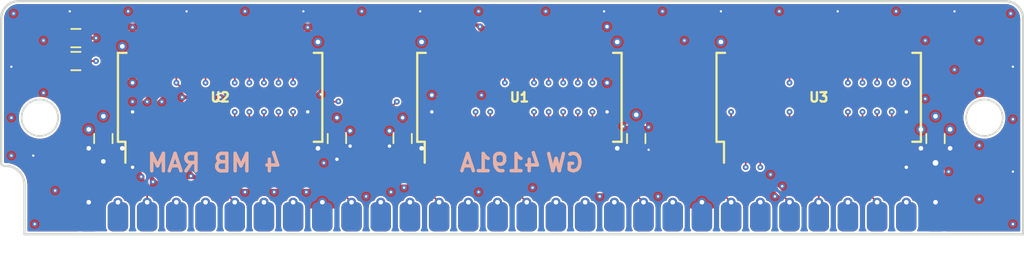
<source format=kicad_pcb>
(kicad_pcb (version 20171130) (host pcbnew "(5.1.10-1-10_14)")
  (layers (0 F.Cu signal) (1 In1.Cu power) (2 In2.Cu signal) (31 B.Cu power) (34 B.Paste user) (35 F.Paste user) (36 B.SilkS user) (37 F.SilkS user) (38 B.Mask user) (39 F.Mask user) (44 Edge.Cuts user))
  (net 0 "")
  (net 1 +5V)
  (net 2 /D0)
  (net 3 /D1)
  (net 4 /~WE~)
  (net 5 /~RAS~)
  (net 6 /~CAS~)
  (net 7 /D2)
  (net 8 /D3)
  (net 9 GND)
  (net 10 /D4)
  (net 11 /D5)
  (net 12 /D6)
  (net 13 /A11)
  (net 14 /D7)
  (net 15 /QP)
  (net 16 /~CASP~)
  (net 17 /DP)
  (net 18 /1A0)
  (net 19 /1A1)
  (net 20 /1A2)
  (net 21 /1A3)
  (net 22 /1A4)
  (net 23 /1A5)
  (net 24 /1A6)
  (net 25 /1A7)
  (net 26 /1A8)
  (net 27 /1A10)
  (net 28 /1A9)
  (net 29 /~OE~)
  (net 30 "Net-(U3-Pad4)")
  (net 31 "Net-(U3-Pad23)")
  (module stdpads:SOJ-24-26-300mil (layer F.Cu) (at 95.25 89.662 90)
    (fp_text reference U2)
    (fp_text value AS4C4M4)
    (fp_text user %R (at 0 0) (layer F.SilkS) (effects (font (size 0.8128 0.8128) (thickness 0.2032))))
    (pad 8 smd roundrect (at -3.7 1.27 90) (size 4 0.6) (layers F.Cu F.Paste F.Mask) (net 21 /1A3))
    (pad 19 smd roundrect (at 3.7 1.27 90) (size 4 0.6) (layers F.Cu F.Paste F.Mask) (net 23 /1A5))
    (pad 6 smd roundrect (at -3.7 -1.27 90) (size 4 0.6) (layers F.Cu F.Paste F.Mask))
    (pad 21 smd roundrect (at 3.7 -1.27 90) (size 4 0.6) (layers F.Cu F.Paste F.Mask) (net 22 /1A4))
    (pad 1 smd roundrect (at -3.7 -7.62 90) (size 4 0.6) (layers F.Cu F.Paste F.Mask) (net 1 +5V))
    (pad 2 smd roundrect (at -3.7 -6.35 90) (size 4 0.6) (layers F.Cu F.Paste F.Mask) (net 3 /D1))
    (pad 3 smd roundrect (at -3.7 -5.08 90) (size 4 0.6) (layers F.Cu F.Paste F.Mask) (net 8 /D3))
    (pad 4 smd roundrect (at -3.7 -3.81 90) (size 4 0.6) (layers F.Cu F.Paste F.Mask) (net 4 /~WE~))
    (pad 5 smd roundrect (at -3.7 -2.54 90) (size 4 0.6) (layers F.Cu F.Paste F.Mask) (net 5 /~RAS~))
    (pad 9 smd roundrect (at -3.7 2.54 90) (size 4 0.6) (layers F.Cu F.Paste F.Mask) (net 20 /1A2))
    (pad 10 smd roundrect (at -3.7 3.81 90) (size 4 0.6) (layers F.Cu F.Paste F.Mask) (net 19 /1A1))
    (pad 11 smd roundrect (at -3.7 5.08 90) (size 4 0.6) (layers F.Cu F.Paste F.Mask) (net 18 /1A0))
    (pad 12 smd roundrect (at -3.7 6.35 90) (size 4 0.6) (layers F.Cu F.Paste F.Mask) (net 27 /1A10))
    (pad 13 smd roundrect (at -3.7 7.62 90) (size 4 0.6) (layers F.Cu F.Paste F.Mask) (net 1 +5V))
    (pad 15 smd roundrect (at 3.7 6.35 90) (size 4 0.6) (layers F.Cu F.Paste F.Mask) (net 28 /1A9))
    (pad 16 smd roundrect (at 3.7 5.08 90) (size 4 0.6) (layers F.Cu F.Paste F.Mask) (net 26 /1A8))
    (pad 17 smd roundrect (at 3.7 3.81 90) (size 4 0.6) (layers F.Cu F.Paste F.Mask) (net 25 /1A7))
    (pad 18 smd roundrect (at 3.7 2.54 90) (size 4 0.6) (layers F.Cu F.Paste F.Mask) (net 24 /1A6))
    (pad 22 smd roundrect (at 3.7 -2.54 90) (size 4 0.6) (layers F.Cu F.Paste F.Mask) (net 29 /~OE~))
    (pad 23 smd roundrect (at 3.7 -3.81 90) (size 4 0.6) (layers F.Cu F.Paste F.Mask) (net 6 /~CAS~))
    (pad 24 smd roundrect (at 3.7 -5.08 90) (size 4 0.6) (layers F.Cu F.Paste F.Mask) (net 7 /D2))
    (pad 25 smd roundrect (at 3.7 -6.35 90) (size 4 0.6) (layers F.Cu F.Paste F.Mask) (net 2 /D0))
    (pad 26 smd roundrect (at 3.7 -7.62 90) (size 4 0.6) (layers F.Cu F.Paste F.Mask) (net 9 GND))
    (pad 14 smd roundrect (at 3.7 7.62 90) (size 4 0.6) (layers F.Cu F.Paste F.Mask) (net 9 GND))
  )
  (module stdpads:SOJ-20-26-300mil (layer F.Cu) (at 147.32 89.662 90)
    (fp_text reference U3)
    (fp_text value AS4C4M4)
    (fp_text user %R (at 0 0) (layer F.SilkS) (effects (font (size 0.8128 0.8128) (thickness 0.2032))))
    (pad 14 smd roundrect (at 3.7 7.62 90) (size 4 0.6) (layers F.Cu F.Paste F.Mask) (net 22 /1A4))
    (pad 26 smd roundrect (at 3.7 -7.62 90) (size 4 0.6) (layers F.Cu F.Paste F.Mask) (net 9 GND))
    (pad 25 smd roundrect (at 3.7 -6.35 90) (size 4 0.6) (layers F.Cu F.Paste F.Mask) (net 15 /QP))
    (pad 24 smd roundrect (at 3.7 -5.08 90) (size 4 0.6) (layers F.Cu F.Paste F.Mask) (net 16 /~CASP~))
    (pad 23 smd roundrect (at 3.7 -3.81 90) (size 4 0.6) (layers F.Cu F.Paste F.Mask) (net 31 "Net-(U3-Pad23)"))
    (pad 22 smd roundrect (at 3.7 -2.54 90) (size 4 0.6) (layers F.Cu F.Paste F.Mask) (net 27 /1A10))
    (pad 18 smd roundrect (at 3.7 2.54 90) (size 4 0.6) (layers F.Cu F.Paste F.Mask) (net 26 /1A8))
    (pad 17 smd roundrect (at 3.7 3.81 90) (size 4 0.6) (layers F.Cu F.Paste F.Mask) (net 25 /1A7))
    (pad 16 smd roundrect (at 3.7 5.08 90) (size 4 0.6) (layers F.Cu F.Paste F.Mask) (net 24 /1A6))
    (pad 15 smd roundrect (at 3.7 6.35 90) (size 4 0.6) (layers F.Cu F.Paste F.Mask) (net 23 /1A5))
    (pad 13 smd roundrect (at -3.7 7.62 90) (size 4 0.6) (layers F.Cu F.Paste F.Mask) (net 1 +5V))
    (pad 12 smd roundrect (at -3.7 6.35 90) (size 4 0.6) (layers F.Cu F.Paste F.Mask) (net 21 /1A3))
    (pad 11 smd roundrect (at -3.7 5.08 90) (size 4 0.6) (layers F.Cu F.Paste F.Mask) (net 20 /1A2))
    (pad 10 smd roundrect (at -3.7 3.81 90) (size 4 0.6) (layers F.Cu F.Paste F.Mask) (net 19 /1A1))
    (pad 9 smd roundrect (at -3.7 2.54 90) (size 4 0.6) (layers F.Cu F.Paste F.Mask) (net 18 /1A0))
    (pad 5 smd roundrect (at -3.7 -2.54 90) (size 4 0.6) (layers F.Cu F.Paste F.Mask) (net 28 /1A9))
    (pad 4 smd roundrect (at -3.7 -3.81 90) (size 4 0.6) (layers F.Cu F.Paste F.Mask) (net 30 "Net-(U3-Pad4)"))
    (pad 3 smd roundrect (at -3.7 -5.08 90) (size 4 0.6) (layers F.Cu F.Paste F.Mask) (net 5 /~RAS~))
    (pad 2 smd roundrect (at -3.7 -6.35 90) (size 4 0.6) (layers F.Cu F.Paste F.Mask) (net 4 /~WE~))
    (pad 1 smd roundrect (at -3.7 -7.62 90) (size 4 0.6) (layers F.Cu F.Paste F.Mask) (net 17 /DP))
  )
  (module stdpads:SIMM-30_Edge (layer F.Cu) (at 120.65 99.822)
    (fp_text reference J1)
    (fp_text value DRAM-SIMM-30)
    (pad 1 smd roundrect (at -36.83 0.254) (size 1.778 2.54) (layers B.Cu B.Mask) (net 1 +5V))
    (pad 1 smd roundrect (at -36.83 0.254) (size 1.778 2.54) (layers F.Cu F.Mask) (net 1 +5V))
    (pad 2 smd roundrect (at -34.29 0.254) (size 1.778 2.54) (layers B.Cu B.Mask) (net 6 /~CAS~))
    (pad 3 smd roundrect (at -31.75 0.254) (size 1.778 2.54) (layers B.Cu B.Mask) (net 2 /D0))
    (pad 4 smd roundrect (at -29.21 0.254) (size 1.778 2.54) (layers B.Cu B.Mask) (net 22 /1A4))
    (pad 5 smd roundrect (at -26.67 0.254) (size 1.778 2.54) (layers B.Cu B.Mask) (net 21 /1A3))
    (pad 6 smd roundrect (at -24.13 0.254) (size 1.778 2.54) (layers B.Cu B.Mask) (net 3 /D1))
    (pad 7 smd roundrect (at -21.59 0.254) (size 1.778 2.54) (layers B.Cu B.Mask) (net 23 /1A5))
    (pad 8 smd roundrect (at -19.05 0.254) (size 1.778 2.54) (layers B.Cu B.Mask) (net 20 /1A2))
    (pad 9 smd roundrect (at -16.51 0.254) (size 1.778 2.54) (layers B.Cu B.Mask) (net 9 GND))
    (pad 10 smd roundrect (at -13.97 0.254) (size 1.778 2.54) (layers B.Cu B.Mask) (net 7 /D2))
    (pad 11 smd roundrect (at -11.43 0.254) (size 1.778 2.54) (layers B.Cu B.Mask) (net 24 /1A6))
    (pad 12 smd roundrect (at -8.89 0.254) (size 1.778 2.54) (layers B.Cu B.Mask) (net 19 /1A1))
    (pad 13 smd roundrect (at -6.35 0.254) (size 1.778 2.54) (layers B.Cu B.Mask) (net 8 /D3))
    (pad 14 smd roundrect (at -3.81 0.254) (size 1.778 2.54) (layers B.Cu B.Mask) (net 25 /1A7))
    (pad 15 smd roundrect (at -1.27 0.254) (size 1.778 2.54) (layers B.Cu B.Mask) (net 18 /1A0))
    (pad 16 smd roundrect (at 1.27 0.254) (size 1.778 2.54) (layers B.Cu B.Mask) (net 10 /D4))
    (pad 17 smd roundrect (at 3.81 0.254) (size 1.778 2.54) (layers B.Cu B.Mask) (net 26 /1A8))
    (pad 18 smd roundrect (at 6.35 0.254) (size 1.778 2.54) (layers B.Cu B.Mask) (net 27 /1A10))
    (pad 19 smd roundrect (at 8.89 0.254) (size 1.778 2.54) (layers B.Cu B.Mask) (net 28 /1A9))
    (pad 20 smd roundrect (at 11.43 0.254) (size 1.778 2.54) (layers B.Cu B.Mask) (net 11 /D5))
    (pad 21 smd roundrect (at 13.97 0.254) (size 1.778 2.54) (layers B.Cu B.Mask) (net 4 /~WE~))
    (pad 22 smd roundrect (at 16.51 0.254) (size 1.778 2.54) (layers B.Cu B.Mask) (net 9 GND))
    (pad 23 smd roundrect (at 19.05 0.254) (size 1.778 2.54) (layers B.Cu B.Mask) (net 12 /D6))
    (pad 24 smd roundrect (at 21.59 0.254) (size 1.778 2.54) (layers B.Cu B.Mask) (net 13 /A11))
    (pad 25 smd roundrect (at 24.13 0.254) (size 1.778 2.54) (layers B.Cu B.Mask) (net 14 /D7))
    (pad 26 smd roundrect (at 26.67 0.254) (size 1.778 2.54) (layers B.Cu B.Mask) (net 15 /QP))
    (pad 27 smd roundrect (at 29.21 0.254) (size 1.778 2.54) (layers B.Cu B.Mask) (net 5 /~RAS~))
    (pad 28 smd roundrect (at 31.75 0.254) (size 1.778 2.54) (layers B.Cu B.Mask) (net 16 /~CASP~))
    (pad 29 smd roundrect (at 34.29 0.254) (size 1.778 2.54) (layers B.Cu B.Mask) (net 17 /DP))
    (pad 30 smd roundrect (at 36.83 0.254) (size 1.778 2.54) (layers B.Cu B.Mask) (net 1 +5V))
    (pad 2 smd roundrect (at -34.29 0.254) (size 1.778 2.54) (layers F.Cu F.Mask) (net 6 /~CAS~))
    (pad 3 thru_hole circle (at -31.75 -1.016) (size 0.8 0.8) (drill 0.4) (layers *.Cu *.Mask) (net 2 /D0))
    (pad 11 smd roundrect (at -11.43 0.254) (size 1.778 2.54) (layers F.Cu F.Mask) (net 24 /1A6))
    (pad 5 smd roundrect (at -26.67 0.254) (size 1.778 2.54) (layers F.Cu F.Mask) (net 21 /1A3))
    (pad 12 smd roundrect (at -8.89 0.254) (size 1.778 2.54) (layers F.Cu F.Mask) (net 19 /1A1))
    (pad 26 smd roundrect (at 26.67 0.254) (size 1.778 2.54) (layers F.Cu F.Mask) (net 15 /QP))
    (pad 13 smd roundrect (at -6.35 0.254) (size 1.778 2.54) (layers F.Cu F.Mask) (net 8 /D3))
    (pad 14 smd roundrect (at -3.81 0.254) (size 1.778 2.54) (layers F.Cu F.Mask) (net 25 /1A7))
    (pad 4 smd roundrect (at -29.21 0.254) (size 1.778 2.54) (layers F.Cu F.Mask) (net 22 /1A4))
    (pad 29 smd roundrect (at 34.29 0.254) (size 1.778 2.54) (layers F.Cu F.Mask) (net 17 /DP))
    (pad 3 smd roundrect (at -31.75 0.254) (size 1.778 2.54) (layers F.Cu F.Mask) (net 2 /D0))
    (pad 24 smd roundrect (at 21.59 0.254) (size 1.778 2.54) (layers F.Cu F.Mask) (net 13 /A11))
    (pad 16 smd roundrect (at 1.27 0.254) (size 1.778 2.54) (layers F.Cu F.Mask) (net 10 /D4))
    (pad 20 smd roundrect (at 11.43 0.254) (size 1.778 2.54) (layers F.Cu F.Mask) (net 11 /D5))
    (pad 23 smd roundrect (at 19.05 0.254) (size 1.778 2.54) (layers F.Cu F.Mask) (net 12 /D6))
    (pad 9 smd roundrect (at -16.51 0.254) (size 1.778 2.54) (layers F.Cu F.Mask) (net 9 GND))
    (pad 18 smd roundrect (at 6.35 0.254) (size 1.778 2.54) (layers F.Cu F.Mask) (net 27 /1A10))
    (pad 21 smd roundrect (at 13.97 0.254) (size 1.778 2.54) (layers F.Cu F.Mask) (net 4 /~WE~))
    (pad 19 smd roundrect (at 8.89 0.254) (size 1.778 2.54) (layers F.Cu F.Mask) (net 28 /1A9))
    (pad 10 smd roundrect (at -13.97 0.254) (size 1.778 2.54) (layers F.Cu F.Mask) (net 7 /D2))
    (pad 22 smd roundrect (at 16.51 0.254) (size 1.778 2.54) (layers F.Cu F.Mask) (net 9 GND))
    (pad 6 smd roundrect (at -24.13 0.254) (size 1.778 2.54) (layers F.Cu F.Mask) (net 3 /D1))
    (pad 17 smd roundrect (at 3.81 0.254) (size 1.778 2.54) (layers F.Cu F.Mask) (net 26 /1A8))
    (pad 7 smd roundrect (at -21.59 0.254) (size 1.778 2.54) (layers F.Cu F.Mask) (net 23 /1A5))
    (pad 8 smd roundrect (at -19.05 0.254) (size 1.778 2.54) (layers F.Cu F.Mask) (net 20 /1A2))
    (pad 27 smd roundrect (at 29.21 0.254) (size 1.778 2.54) (layers F.Cu F.Mask) (net 5 /~RAS~))
    (pad 28 smd roundrect (at 31.75 0.254) (size 1.778 2.54) (layers F.Cu F.Mask) (net 16 /~CASP~))
    (pad 30 smd roundrect (at 36.83 0.254) (size 1.778 2.54) (layers F.Cu F.Mask) (net 1 +5V))
    (pad 15 smd roundrect (at -1.27 0.254) (size 1.778 2.54) (layers F.Cu F.Mask) (net 18 /1A0))
    (pad 25 smd roundrect (at 24.13 0.254) (size 1.778 2.54) (layers F.Cu F.Mask) (net 14 /D7))
    (pad 2 thru_hole circle (at -34.29 -1.016) (size 0.8 0.8) (drill 0.4) (layers *.Cu *.Mask) (net 6 /~CAS~))
    (pad 1 thru_hole circle (at -36.83 -1.016) (size 0.8 0.8) (drill 0.4) (layers *.Cu *.Mask) (net 1 +5V))
    (pad 5 thru_hole circle (at -26.67 -1.016) (size 0.8 0.8) (drill 0.4) (layers *.Cu *.Mask) (net 21 /1A3))
    (pad 4 thru_hole circle (at -29.21 -1.016) (size 0.8 0.8) (drill 0.4) (layers *.Cu *.Mask) (net 22 /1A4))
    (pad 6 thru_hole circle (at -24.13 -1.016) (size 0.8 0.8) (drill 0.4) (layers *.Cu *.Mask) (net 3 /D1))
    (pad 7 thru_hole circle (at -21.59 -1.016) (size 0.8 0.8) (drill 0.4) (layers *.Cu *.Mask) (net 23 /1A5))
    (pad 9 thru_hole circle (at -16.51 -1.016) (size 0.8 0.8) (drill 0.4) (layers *.Cu *.Mask) (net 9 GND))
    (pad 8 thru_hole circle (at -19.05 -1.016) (size 0.8 0.8) (drill 0.4) (layers *.Cu *.Mask) (net 20 /1A2))
    (pad 11 thru_hole circle (at -11.43 -1.016) (size 0.8 0.8) (drill 0.4) (layers *.Cu *.Mask) (net 24 /1A6))
    (pad 10 thru_hole circle (at -13.97 -1.016) (size 0.8 0.8) (drill 0.4) (layers *.Cu *.Mask) (net 7 /D2))
    (pad 12 thru_hole circle (at -8.89 -1.016) (size 0.8 0.8) (drill 0.4) (layers *.Cu *.Mask) (net 19 /1A1))
    (pad 14 thru_hole circle (at -3.81 -1.016) (size 0.8 0.8) (drill 0.4) (layers *.Cu *.Mask) (net 25 /1A7))
    (pad 13 thru_hole circle (at -6.35 -1.016) (size 0.8 0.8) (drill 0.4) (layers *.Cu *.Mask) (net 8 /D3))
    (pad 15 thru_hole circle (at -1.27 -1.016) (size 0.8 0.8) (drill 0.4) (layers *.Cu *.Mask) (net 18 /1A0))
    (pad 17 thru_hole circle (at 3.81 -1.016) (size 0.8 0.8) (drill 0.4) (layers *.Cu *.Mask) (net 26 /1A8))
    (pad 16 thru_hole circle (at 1.27 -1.016) (size 0.8 0.8) (drill 0.4) (layers *.Cu *.Mask) (net 10 /D4))
    (pad 18 thru_hole circle (at 6.35 -1.016) (size 0.8 0.8) (drill 0.4) (layers *.Cu *.Mask) (net 27 /1A10))
    (pad 27 thru_hole circle (at 29.21 -1.016) (size 0.8 0.8) (drill 0.4) (layers *.Cu *.Mask) (net 5 /~RAS~))
    (pad 26 thru_hole circle (at 26.67 -1.016) (size 0.8 0.8) (drill 0.4) (layers *.Cu *.Mask) (net 15 /QP))
    (pad 28 thru_hole circle (at 31.75 -1.016) (size 0.8 0.8) (drill 0.4) (layers *.Cu *.Mask) (net 16 /~CASP~))
    (pad 21 thru_hole circle (at 13.97 -1.016) (size 0.8 0.8) (drill 0.4) (layers *.Cu *.Mask) (net 4 /~WE~))
    (pad 20 thru_hole circle (at 11.43 -1.016) (size 0.8 0.8) (drill 0.4) (layers *.Cu *.Mask) (net 11 /D5))
    (pad 22 thru_hole circle (at 16.51 -1.016) (size 0.8 0.8) (drill 0.4) (layers *.Cu *.Mask) (net 9 GND))
    (pad 24 thru_hole circle (at 21.59 -1.016) (size 0.8 0.8) (drill 0.4) (layers *.Cu *.Mask) (net 13 /A11))
    (pad 23 thru_hole circle (at 19.05 -1.016) (size 0.8 0.8) (drill 0.4) (layers *.Cu *.Mask) (net 12 /D6))
    (pad 25 thru_hole circle (at 24.13 -1.016) (size 0.8 0.8) (drill 0.4) (layers *.Cu *.Mask) (net 14 /D7))
    (pad 19 thru_hole circle (at 8.89 -1.016) (size 0.8 0.8) (drill 0.4) (layers *.Cu *.Mask) (net 28 /1A9))
    (pad 29 thru_hole circle (at 34.29 -1.016) (size 0.8 0.8) (drill 0.4) (layers *.Cu *.Mask) (net 17 /DP))
    (pad 30 thru_hole circle (at 36.83 -1.016) (size 0.8 0.8) (drill 0.4) (layers *.Cu *.Mask) (net 1 +5V))
  )
  (module stdpads:C_0805 (layer F.Cu) (at 85.09 93.257 90)
    (fp_text reference C1 hide)
    (fp_text value 100n hide)
    (pad 1 smd roundrect (at -0.85 0 90) (size 1.05 1.4) (layers F.Cu F.Paste F.Mask) (net 1 +5V))
    (pad 2 smd roundrect (at 0.85 0 90) (size 1.05 1.4) (layers F.Cu F.Paste F.Mask) (net 9 GND))
  )
  (module stdpads:C_0805 (layer F.Cu) (at 105.41 93.257 90)
    (fp_text reference C2 hide)
    (fp_text value 100n hide)
    (pad 2 smd roundrect (at 0.85 0 90) (size 1.05 1.4) (layers F.Cu F.Paste F.Mask) (net 9 GND))
    (pad 1 smd roundrect (at -0.85 0 90) (size 1.05 1.4) (layers F.Cu F.Paste F.Mask) (net 1 +5V))
  )
  (module stdpads:C_0805 (layer F.Cu) (at 111.125 93.257 90)
    (fp_text reference C3 hide)
    (fp_text value 100n hide)
    (pad 1 smd roundrect (at -0.85 0 90) (size 1.05 1.4) (layers F.Cu F.Paste F.Mask) (net 1 +5V))
    (pad 2 smd roundrect (at 0.85 0 90) (size 1.05 1.4) (layers F.Cu F.Paste F.Mask) (net 9 GND))
  )
  (module stdpads:C_0805 (layer F.Cu) (at 157.48 93.257 90)
    (fp_text reference C5 hide)
    (fp_text value 100n hide)
    (pad 1 smd roundrect (at -0.85 0 90) (size 1.05 1.4) (layers F.Cu F.Paste F.Mask) (net 1 +5V))
    (pad 2 smd roundrect (at 0.85 0 90) (size 1.05 1.4) (layers F.Cu F.Paste F.Mask) (net 9 GND))
  )
  (module stdpads:C_0805 (layer F.Cu) (at 131.445 93.257 90)
    (fp_text reference C4 hide)
    (fp_text value 100n hide)
    (pad 1 smd roundrect (at -0.85 0 90) (size 1.05 1.4) (layers F.Cu F.Paste F.Mask) (net 1 +5V))
    (pad 2 smd roundrect (at 0.85 0 90) (size 1.05 1.4) (layers F.Cu F.Paste F.Mask) (net 9 GND))
  )
  (module stdpads:R_0805 (layer F.Cu) (at 82.7 86.5 180)
    (fp_text reference R1)
    (fp_text value EDO)
    (pad 2 smd roundrect (at 0.95 0 180) (size 0.85 1.4) (layers F.Cu F.Paste F.Mask) (net 29 /~OE~))
    (pad 1 smd roundrect (at -0.95 0 180) (size 0.85 1.4) (layers F.Cu F.Paste F.Mask) (net 6 /~CAS~))
  )
  (module stdpads:R_0805 (layer F.Cu) (at 82.7 84.5)
    (fp_text reference R2)
    (fp_text value FPM)
    (pad 1 smd roundrect (at -0.95 0) (size 0.85 1.4) (layers F.Cu F.Paste F.Mask) (net 29 /~OE~))
    (pad 2 smd roundrect (at 0.95 0) (size 0.85 1.4) (layers F.Cu F.Paste F.Mask) (net 9 GND))
  )
  (module stdpads:SOJ-24-26-300mil (layer F.Cu) (at 121.285 89.662 90)
    (fp_text reference U1)
    (fp_text value AS4C4M4)
    (fp_text user %R (at 0 0) (layer F.SilkS) (effects (font (size 0.8128 0.8128) (thickness 0.2032))))
    (pad 14 smd roundrect (at 3.7 7.62 90) (size 4 0.6) (layers F.Cu F.Paste F.Mask) (net 9 GND))
    (pad 26 smd roundrect (at 3.7 -7.62 90) (size 4 0.6) (layers F.Cu F.Paste F.Mask) (net 9 GND))
    (pad 25 smd roundrect (at 3.7 -6.35 90) (size 4 0.6) (layers F.Cu F.Paste F.Mask) (net 10 /D4))
    (pad 24 smd roundrect (at 3.7 -5.08 90) (size 4 0.6) (layers F.Cu F.Paste F.Mask) (net 12 /D6))
    (pad 23 smd roundrect (at 3.7 -3.81 90) (size 4 0.6) (layers F.Cu F.Paste F.Mask) (net 6 /~CAS~))
    (pad 22 smd roundrect (at 3.7 -2.54 90) (size 4 0.6) (layers F.Cu F.Paste F.Mask) (net 29 /~OE~))
    (pad 18 smd roundrect (at 3.7 2.54 90) (size 4 0.6) (layers F.Cu F.Paste F.Mask) (net 25 /1A7))
    (pad 17 smd roundrect (at 3.7 3.81 90) (size 4 0.6) (layers F.Cu F.Paste F.Mask) (net 24 /1A6))
    (pad 16 smd roundrect (at 3.7 5.08 90) (size 4 0.6) (layers F.Cu F.Paste F.Mask) (net 23 /1A5))
    (pad 15 smd roundrect (at 3.7 6.35 90) (size 4 0.6) (layers F.Cu F.Paste F.Mask) (net 22 /1A4))
    (pad 13 smd roundrect (at -3.7 7.62 90) (size 4 0.6) (layers F.Cu F.Paste F.Mask) (net 1 +5V))
    (pad 12 smd roundrect (at -3.7 6.35 90) (size 4 0.6) (layers F.Cu F.Paste F.Mask) (net 21 /1A3))
    (pad 11 smd roundrect (at -3.7 5.08 90) (size 4 0.6) (layers F.Cu F.Paste F.Mask) (net 20 /1A2))
    (pad 10 smd roundrect (at -3.7 3.81 90) (size 4 0.6) (layers F.Cu F.Paste F.Mask) (net 19 /1A1))
    (pad 9 smd roundrect (at -3.7 2.54 90) (size 4 0.6) (layers F.Cu F.Paste F.Mask) (net 18 /1A0))
    (pad 5 smd roundrect (at -3.7 -2.54 90) (size 4 0.6) (layers F.Cu F.Paste F.Mask) (net 5 /~RAS~))
    (pad 4 smd roundrect (at -3.7 -3.81 90) (size 4 0.6) (layers F.Cu F.Paste F.Mask) (net 4 /~WE~))
    (pad 3 smd roundrect (at -3.7 -5.08 90) (size 4 0.6) (layers F.Cu F.Paste F.Mask) (net 14 /D7))
    (pad 2 smd roundrect (at -3.7 -6.35 90) (size 4 0.6) (layers F.Cu F.Paste F.Mask) (net 11 /D5))
    (pad 1 smd roundrect (at -3.7 -7.62 90) (size 4 0.6) (layers F.Cu F.Paste F.Mask) (net 1 +5V))
    (pad 21 smd roundrect (at 3.7 -1.27 90) (size 4 0.6) (layers F.Cu F.Paste F.Mask) (net 28 /1A9))
    (pad 6 smd roundrect (at -3.7 -1.27 90) (size 4 0.6) (layers F.Cu F.Paste F.Mask))
    (pad 19 smd roundrect (at 3.7 1.27 90) (size 4 0.6) (layers F.Cu F.Paste F.Mask) (net 26 /1A8))
    (pad 8 smd roundrect (at -3.7 1.27 90) (size 4 0.6) (layers F.Cu F.Paste F.Mask) (net 27 /1A10))
  )
  (gr_text GW (at 125.222 95.377) (layer B.SilkS) (effects (font (size 1.5 1.5) (thickness 0.3)) (justify mirror)))
  (gr_arc (start 76.454 95.377) (end 76.2 95.377) (angle -90) (layer Edge.Cuts) (width 0.2))
  (gr_arc (start 77.724 82.804) (end 77.724 81.28) (angle -90) (layer Edge.Cuts) (width 0.2))
  (gr_arc (start 163.576 82.804) (end 165.1 82.804) (angle -90) (layer Edge.Cuts) (width 0.2))
  (gr_text 4191A (at 119.634 95.377) (layer B.SilkS) (effects (font (size 1.5 1.5) (thickness 0.3)) (justify mirror)))
  (gr_text "4 MB RAM" (at 94.742 95.377) (layer B.SilkS) (effects (font (size 1.524 1.524) (thickness 0.3)) (justify mirror)))
  (gr_line (start 76.581 95.631) (end 76.454 95.631) (layer Edge.Cuts) (width 0.2))
  (gr_line (start 78.232 101.6) (end 78.232 97.282) (layer Edge.Cuts) (width 0.2))
  (gr_circle (center 79.5655 91.44) (end 77.978 91.44) (layer Edge.Cuts) (width 0.15))
  (gr_circle (center 161.7345 91.44) (end 163.322 91.44) (layer Edge.Cuts) (width 0.15))
  (gr_line (start 76.2 95.377) (end 76.2 82.804) (layer Edge.Cuts) (width 0.2))
  (gr_arc (start 76.581 97.282) (end 78.232 97.282) (angle -90) (layer Edge.Cuts) (width 0.2))
  (gr_line (start 165.1 82.804) (end 165.1 101.6) (layer Edge.Cuts) (width 0.2))
  (gr_line (start 77.724 81.28) (end 163.576 81.28) (layer Edge.Cuts) (width 0.2))
  (gr_line (start 165.1 101.6) (end 78.232 101.6) (layer Edge.Cuts) (width 0.2))
  (via (at 86.741 94.107) (size 0.8) (drill 0.4) (layers F.Cu B.Cu) (net 1))
  (segment (start 87.625 94.107) (end 87.63 94.112) (width 0.508) (layer F.Cu) (net 1))
  (segment (start 86.741 94.107) (end 87.625 94.107) (width 0.508) (layer F.Cu) (net 1))
  (via (at 112.776 94.107) (size 0.8) (drill 0.4) (layers F.Cu B.Cu) (net 1))
  (via (at 129.794 94.107) (size 0.8) (drill 0.4) (layers F.Cu B.Cu) (net 1))
  (segment (start 102.875 94.107) (end 102.87 94.112) (width 0.508) (layer F.Cu) (net 1))
  (segment (start 113.66 94.107) (end 113.665 94.112) (width 0.508) (layer F.Cu) (net 1))
  (segment (start 112.776 94.107) (end 113.66 94.107) (width 0.508) (layer F.Cu) (net 1))
  (segment (start 128.91 94.107) (end 128.905 94.112) (width 0.508) (layer F.Cu) (net 1))
  (segment (start 129.794 94.107) (end 128.91 94.107) (width 0.508) (layer F.Cu) (net 1))
  (segment (start 85.09 94.107) (end 86.741 94.107) (width 0.762) (layer F.Cu) (net 1))
  (via (at 83.82 94.107) (size 0.8) (drill 0.4) (layers F.Cu B.Cu) (net 1))
  (segment (start 85.09 94.107) (end 83.82 94.107) (width 0.762) (layer F.Cu) (net 1))
  (via (at 85.09 95.25) (size 0.8) (drill 0.4) (layers F.Cu B.Cu) (net 1))
  (segment (start 85.09 94.107) (end 85.09 95.25) (width 0.762) (layer F.Cu) (net 1))
  (segment (start 103.759 94.107) (end 102.875 94.107) (width 0.508) (layer F.Cu) (net 1))
  (via (at 103.759 94.107) (size 0.8) (drill 0.4) (layers F.Cu B.Cu) (net 1))
  (segment (start 105.41 94.107) (end 103.759 94.107) (width 0.762) (layer F.Cu) (net 1))
  (segment (start 111.125 94.107) (end 112.776 94.107) (width 0.762) (layer F.Cu) (net 1))
  (segment (start 131.445 94.107) (end 129.794 94.107) (width 0.762) (layer F.Cu) (net 1))
  (segment (start 157.48 98.806) (end 157.48 95.377) (width 1.27) (layer F.Cu) (net 1))
  (segment (start 157.48 95.377) (end 157.48 94.107) (width 0.762) (layer F.Cu) (net 1))
  (via (at 156.21 94.107) (size 0.8) (drill 0.4) (layers F.Cu B.Cu) (net 1))
  (segment (start 157.48 94.107) (end 156.21 94.107) (width 0.8) (layer F.Cu) (net 1))
  (via (at 158.75 94.107) (size 0.8) (drill 0.4) (layers F.Cu B.Cu) (net 1))
  (segment (start 157.48 94.107) (end 158.75 94.107) (width 0.8) (layer F.Cu) (net 1))
  (via (at 157.48 95.377) (size 1) (drill 0.5) (layers F.Cu B.Cu) (net 1))
  (via (at 113.665 90.932) (size 0.6) (drill 0.3) (layers F.Cu B.Cu) (net 1))
  (segment (start 113.665 94.112) (end 113.665 90.932) (width 0.6) (layer F.Cu) (net 1))
  (via (at 128.905 90.932) (size 0.6) (drill 0.3) (layers F.Cu B.Cu) (net 1))
  (segment (start 128.905 94.112) (end 128.905 90.932) (width 0.6) (layer F.Cu) (net 1))
  (via (at 102.87 90.932) (size 0.6) (drill 0.3) (layers F.Cu B.Cu) (net 1))
  (segment (start 102.87 94.112) (end 102.87 90.932) (width 0.6) (layer F.Cu) (net 1))
  (via (at 87.63 90.932) (size 0.6) (drill 0.3) (layers F.Cu B.Cu) (net 1))
  (segment (start 87.63 94.112) (end 87.63 90.932) (width 0.6) (layer F.Cu) (net 1))
  (via (at 87.63 95.758) (size 0.6) (drill 0.3) (layers F.Cu B.Cu) (net 1))
  (segment (start 87.63 94.112) (end 87.63 95.758) (width 0.6) (layer F.Cu) (net 1))
  (via (at 159.131 82.169) (size 0.508) (drill 0.2) (layers F.Cu B.Cu) (net 1))
  (via (at 148.971 82.169) (size 0.508) (drill 0.2) (layers F.Cu B.Cu) (net 1))
  (via (at 92.329 82.169) (size 0.508) (drill 0.2) (layers F.Cu B.Cu) (net 1))
  (via (at 102.489 82.169) (size 0.508) (drill 0.2) (layers F.Cu B.Cu) (net 1))
  (via (at 138.811 82.169) (size 0.508) (drill 0.2) (layers F.Cu B.Cu) (net 1))
  (via (at 128.651 82.169) (size 0.508) (drill 0.2) (layers F.Cu B.Cu) (net 1))
  (via (at 112.649 82.169) (size 0.508) (drill 0.2) (layers F.Cu B.Cu) (net 1))
  (via (at 82.169 82.169) (size 0.508) (drill 0.2) (layers F.Cu B.Cu) (net 1))
  (via (at 105.41 95.0595) (size 0.6) (drill 0.3) (layers F.Cu B.Cu) (net 1))
  (segment (start 105.41 94.107) (end 105.41 95.0595) (width 0.6) (layer F.Cu) (net 1))
  (via (at 109.982 93.9165) (size 0.6) (drill 0.3) (layers F.Cu B.Cu) (net 1))
  (segment (start 110.1725 94.107) (end 109.982 93.9165) (width 0.6) (layer F.Cu) (net 1))
  (segment (start 111.125 94.107) (end 110.1725 94.107) (width 0.6) (layer F.Cu) (net 1))
  (segment (start 156.21 94.107) (end 154.94 94.107) (width 0.6) (layer F.Cu) (net 1))
  (segment (start 154.94 94.107) (end 154.94 93.362) (width 0.6) (layer F.Cu) (net 1))
  (via (at 154.94 95.758) (size 0.6) (drill 0.3) (layers F.Cu B.Cu) (net 1))
  (segment (start 154.94 93.362) (end 154.94 95.758) (width 0.6) (layer F.Cu) (net 1))
  (via (at 154.94 90.932) (size 0.6) (drill 0.3) (layers F.Cu B.Cu) (net 1))
  (segment (start 154.94 93.362) (end 154.94 90.932) (width 0.6) (layer F.Cu) (net 1))
  (via (at 106.553 93.9165) (size 0.6) (drill 0.3) (layers F.Cu B.Cu) (net 1))
  (segment (start 106.3625 94.107) (end 106.553 93.9165) (width 0.6) (layer F.Cu) (net 1))
  (segment (start 105.41 94.107) (end 106.3625 94.107) (width 0.6) (layer F.Cu) (net 1))
  (via (at 132.5245 94.234) (size 0.508) (drill 0.2) (layers F.Cu B.Cu) (net 1))
  (segment (start 132.3975 94.107) (end 132.5245 94.234) (width 0.508) (layer F.Cu) (net 1))
  (segment (start 131.445 94.107) (end 132.3975 94.107) (width 0.508) (layer F.Cu) (net 1))
  (via (at 77.089 86.995) (size 0.508) (drill 0.2) (layers F.Cu B.Cu) (net 1))
  (via (at 164.211 86.995) (size 0.508) (drill 0.2) (layers F.Cu B.Cu) (net 1))
  (via (at 164.211 96.139) (size 0.508) (drill 0.2) (layers F.Cu B.Cu) (net 1))
  (via (at 78.994 94.742) (size 0.508) (drill 0.2) (layers F.Cu B.Cu) (net 1))
  (segment (start 88.9 89.281) (end 88.9 85.962) (width 0.1524) (layer F.Cu) (net 2))
  (segment (start 88.265 89.916) (end 88.9 89.281) (width 0.1524) (layer F.Cu) (net 2))
  (segment (start 88.265 95.758) (end 88.265 89.916) (width 0.1524) (layer F.Cu) (net 2))
  (segment (start 88.9 96.393) (end 88.265 95.758) (width 0.1524) (layer F.Cu) (net 2))
  (segment (start 88.9 98.806) (end 88.9 96.393) (width 0.1524) (layer F.Cu) (net 2))
  (segment (start 88.9 95.758) (end 88.9 94.112) (width 0.1524) (layer F.Cu) (net 3))
  (segment (start 95.504 97.79) (end 90.932 97.79) (width 0.1524) (layer F.Cu) (net 3))
  (segment (start 96.52 98.806) (end 95.504 97.79) (width 0.1524) (layer F.Cu) (net 3))
  (segment (start 90.932 97.79) (end 88.9 95.758) (width 0.1524) (layer F.Cu) (net 3))
  (segment (start 117.475 94.112) (end 117.475 90.932) (width 0.1524) (layer F.Cu) (net 4))
  (via (at 117.475 90.932) (size 0.508) (drill 0.2) (layers F.Cu B.Cu) (net 4))
  (segment (start 91.44 90.932) (end 91.44 94.112) (width 0.1524) (layer F.Cu) (net 4))
  (segment (start 92.329 90.043) (end 91.44 90.932) (width 0.1524) (layer F.Cu) (net 4))
  (segment (start 94.869 90.043) (end 92.329 90.043) (width 0.1524) (layer F.Cu) (net 4))
  (segment (start 94.996 90.17) (end 94.869 90.043) (width 0.1524) (layer F.Cu) (net 4))
  (segment (start 95.504 90.17) (end 94.996 90.17) (width 0.1524) (layer F.Cu) (net 4))
  (segment (start 105.50525 90.043) (end 95.631 90.043) (width 0.1524) (layer F.Cu) (net 4))
  (segment (start 95.631 90.043) (end 95.504 90.17) (width 0.1524) (layer F.Cu) (net 4))
  (segment (start 105.537 90.01125) (end 105.50525 90.043) (width 0.1524) (layer F.Cu) (net 4))
  (via (at 105.537 90.01125) (size 0.508) (drill 0.2) (layers F.Cu B.Cu) (net 4))
  (segment (start 140.97 93.362) (end 140.97 95.758) (width 0.1524) (layer F.Cu) (net 4))
  (via (at 140.97 95.758) (size 0.508) (drill 0.2) (layers F.Cu B.Cu) (net 4))
  (via (at 118.745 90.932) (size 0.508) (drill 0.2) (layers F.Cu B.Cu) (net 5))
  (segment (start 118.745 94.112) (end 118.745 90.932) (width 0.1524) (layer F.Cu) (net 5))
  (segment (start 142.24 93.362) (end 142.24 95.758) (width 0.1524) (layer F.Cu) (net 5))
  (via (at 142.24 95.758) (size 0.508) (drill 0.2) (layers F.Cu B.Cu) (net 5))
  (segment (start 92.71 95.758) (end 92.71 93.362) (width 0.1524) (layer F.Cu) (net 5))
  (segment (start 108.331 94.107) (end 106.045 96.393) (width 0.1524) (layer F.Cu) (net 5))
  (segment (start 108.331 92.329) (end 108.331 94.107) (width 0.1524) (layer F.Cu) (net 5))
  (segment (start 110.617 90.043) (end 108.331 92.329) (width 0.1524) (layer F.Cu) (net 5))
  (segment (start 93.345 96.393) (end 92.71 95.758) (width 0.1524) (layer F.Cu) (net 5))
  (segment (start 106.045 96.393) (end 93.345 96.393) (width 0.1524) (layer F.Cu) (net 5))
  (via (at 110.617 90.043) (size 0.508) (drill 0.2) (layers F.Cu B.Cu) (net 5))
  (segment (start 91.44 88.392) (end 91.44 85.212) (width 0.1524) (layer F.Cu) (net 6))
  (via (at 91.44 88.392) (size 0.508) (drill 0.2) (layers F.Cu B.Cu) (net 6))
  (via (at 84.45 86.5) (size 0.508) (drill 0.2) (layers F.Cu B.Cu) (net 6))
  (segment (start 84.45 86.5) (end 83.65 86.5) (width 0.1524) (layer F.Cu) (net 6))
  (segment (start 92.329 89.281) (end 91.44 88.392) (width 0.1524) (layer F.Cu) (net 6))
  (segment (start 94.996 89.154) (end 94.869 89.281) (width 0.1524) (layer F.Cu) (net 6))
  (segment (start 95.504 89.154) (end 94.996 89.154) (width 0.1524) (layer F.Cu) (net 6))
  (segment (start 94.869 89.281) (end 92.329 89.281) (width 0.1524) (layer F.Cu) (net 6))
  (segment (start 109.2835 83.312) (end 103.3145 89.281) (width 0.1524) (layer F.Cu) (net 6))
  (segment (start 116.967 83.312) (end 109.2835 83.312) (width 0.1524) (layer F.Cu) (net 6))
  (segment (start 103.3145 89.281) (end 95.631 89.281) (width 0.1524) (layer F.Cu) (net 6))
  (segment (start 117.475 83.82) (end 116.967 83.312) (width 0.1524) (layer F.Cu) (net 6))
  (segment (start 95.631 89.281) (end 95.504 89.154) (width 0.1524) (layer F.Cu) (net 6))
  (segment (start 117.475 85.212) (end 117.475 83.82) (width 0.1524) (layer F.Cu) (net 6))
  (segment (start 105.283 97.409) (end 106.68 98.806) (width 0.1524) (layer F.Cu) (net 7))
  (segment (start 89.535 89.916) (end 89.535 95.758) (width 0.1524) (layer F.Cu) (net 7))
  (segment (start 91.186 97.409) (end 105.283 97.409) (width 0.1524) (layer F.Cu) (net 7))
  (segment (start 89.535 95.758) (end 91.186 97.409) (width 0.1524) (layer F.Cu) (net 7))
  (segment (start 90.17 89.281) (end 89.535 89.916) (width 0.1524) (layer F.Cu) (net 7))
  (segment (start 90.17 85.212) (end 90.17 89.281) (width 0.1524) (layer F.Cu) (net 7))
  (segment (start 112.522 97.028) (end 114.3 98.806) (width 0.1524) (layer F.Cu) (net 8))
  (segment (start 91.44 97.028) (end 112.522 97.028) (width 0.1524) (layer F.Cu) (net 8))
  (segment (start 90.17 94.112) (end 90.17 95.758) (width 0.1524) (layer F.Cu) (net 8))
  (segment (start 90.17 95.758) (end 91.44 97.028) (width 0.1524) (layer F.Cu) (net 8))
  (via (at 164.211 91.567) (size 0.508) (drill 0.2) (layers F.Cu B.Cu) (net 9))
  (via (at 77.089 91.44) (size 0.508) (drill 0.2) (layers F.Cu B.Cu) (net 9))
  (via (at 156.591 89.789) (size 0.508) (drill 0.2) (layers F.Cu B.Cu) (net 9))
  (via (at 159.131 87.249) (size 0.508) (drill 0.2) (layers F.Cu B.Cu) (net 9))
  (via (at 156.591 84.709) (size 0.508) (drill 0.2) (layers F.Cu B.Cu) (net 9))
  (via (at 161.29 84.709) (size 0.508) (drill 0.2) (layers F.Cu B.Cu) (net 9))
  (via (at 112.776 84.836) (size 0.8) (drill 0.4) (layers F.Cu B.Cu) (net 9))
  (via (at 103.759 84.836) (size 0.8) (drill 0.4) (layers F.Cu B.Cu) (net 9))
  (via (at 86.741 85.217) (size 0.8) (drill 0.4) (layers F.Cu B.Cu) (net 9))
  (segment (start 86.746 85.212) (end 86.741 85.217) (width 0.6) (layer F.Cu) (net 9))
  (segment (start 87.63 85.212) (end 86.746 85.212) (width 0.6) (layer F.Cu) (net 9))
  (via (at 104.267 95.377) (size 0.508) (drill 0.2) (layers F.Cu B.Cu) (net 9))
  (via (at 95.25 89.662) (size 0.508) (drill 0.2) (layers F.Cu B.Cu) (net 9))
  (segment (start 103.759 84.836) (end 102.997 84.836) (width 0.6) (layer F.Cu) (net 9))
  (segment (start 102.87 84.963) (end 102.87 85.962) (width 0.6) (layer F.Cu) (net 9))
  (segment (start 102.997 84.836) (end 102.87 84.963) (width 0.6) (layer F.Cu) (net 9))
  (segment (start 112.776 84.836) (end 113.59359 84.836) (width 0.6) (layer F.Cu) (net 9))
  (segment (start 113.665 84.90741) (end 113.665 85.962) (width 0.6) (layer F.Cu) (net 9))
  (segment (start 113.59359 84.836) (end 113.665 84.90741) (width 0.6) (layer F.Cu) (net 9))
  (via (at 92.71 96.52) (size 0.508) (drill 0.2) (layers F.Cu B.Cu) (net 9))
  (via (at 111.252 97.536) (size 0.508) (drill 0.2) (layers F.Cu B.Cu) (net 9))
  (via (at 117.729 97.917) (size 0.508) (drill 0.2) (layers F.Cu B.Cu) (net 9))
  (via (at 89.408 97.028) (size 0.508) (drill 0.2) (layers F.Cu B.Cu) (net 9))
  (via (at 88.392 96.5835) (size 0.508) (drill 0.2) (layers F.Cu B.Cu) (net 9))
  (via (at 143.51 98.298) (size 0.508) (drill 0.2) (layers F.Cu B.Cu) (net 9))
  (via (at 144.145 97.409) (size 0.508) (drill 0.2) (layers F.Cu B.Cu) (net 9))
  (via (at 143.129 96.393) (size 0.508) (drill 0.2) (layers F.Cu B.Cu) (net 9))
  (via (at 88.9 90.043) (size 0.508) (drill 0.2) (layers F.Cu B.Cu) (net 9))
  (via (at 87.63 90.043) (size 0.508) (drill 0.2) (layers F.Cu B.Cu) (net 9))
  (via (at 90.17 90.043) (size 0.508) (drill 0.2) (layers F.Cu B.Cu) (net 9))
  (via (at 91.948 89.662) (size 0.508) (drill 0.2) (layers F.Cu B.Cu) (net 9))
  (via (at 117.983 89.4715) (size 0.508) (drill 0.2) (layers F.Cu B.Cu) (net 9))
  (via (at 122.428 97.536) (size 0.508) (drill 0.2) (layers F.Cu B.Cu) (net 9))
  (via (at 77.2795 82.3595) (size 0.508) (drill 0.2) (layers F.Cu B.Cu) (net 9))
  (via (at 164.0205 82.3595) (size 0.508) (drill 0.2) (layers F.Cu B.Cu) (net 9))
  (via (at 164.211 100.711) (size 0.508) (drill 0.2) (layers F.Cu B.Cu) (net 9))
  (via (at 79.121 100.711) (size 0.508) (drill 0.2) (layers F.Cu B.Cu) (net 9))
  (via (at 77.089 94.742) (size 0.508) (drill 0.2) (layers F.Cu B.Cu) (net 9))
  (via (at 79.883 84.709) (size 0.508) (drill 0.2) (layers F.Cu B.Cu) (net 9))
  (via (at 161.29 89.281) (size 0.508) (drill 0.2) (layers F.Cu B.Cu) (net 9))
  (via (at 161.29 93.853) (size 0.508) (drill 0.2) (layers F.Cu B.Cu) (net 9))
  (via (at 161.29 98.552) (size 0.508) (drill 0.2) (layers F.Cu B.Cu) (net 9))
  (via (at 80.899 97.79) (size 0.508) (drill 0.2) (layers F.Cu B.Cu) (net 9))
  (via (at 79.883 89.281) (size 0.508) (drill 0.2) (layers F.Cu B.Cu) (net 9))
  (via (at 133.35 98.298) (size 0.508) (drill 0.2) (layers F.Cu B.Cu) (net 9))
  (via (at 110.109 97.917) (size 0.508) (drill 0.2) (layers F.Cu B.Cu) (net 9))
  (via (at 102.743 97.917) (size 0.508) (drill 0.2) (layers F.Cu B.Cu) (net 9))
  (via (at 99.949 97.917) (size 0.508) (drill 0.2) (layers F.Cu B.Cu) (net 9))
  (via (at 97.409 97.917) (size 0.508) (drill 0.2) (layers F.Cu B.Cu) (net 9))
  (via (at 128.27 98.298) (size 0.508) (drill 0.2) (layers F.Cu B.Cu) (net 9))
  (via (at 158.623 96.139) (size 0.508) (drill 0.2) (layers F.Cu B.Cu) (net 9))
  (via (at 83.82 92.456) (size 0.8) (drill 0.4) (layers F.Cu B.Cu) (net 9))
  (segment (start 83.869 92.407) (end 83.82 92.456) (width 0.762) (layer F.Cu) (net 9))
  (segment (start 85.09 92.407) (end 83.869 92.407) (width 0.762) (layer F.Cu) (net 9))
  (via (at 85.09 91.313) (size 0.8) (drill 0.4) (layers F.Cu B.Cu) (net 9))
  (segment (start 85.09 92.407) (end 85.09 91.313) (width 0.762) (layer F.Cu) (net 9))
  (via (at 104.013 89.408) (size 0.508) (drill 0.2) (layers F.Cu B.Cu) (net 9))
  (via (at 131.445 91.186) (size 0.8) (drill 0.4) (layers F.Cu B.Cu) (net 9))
  (segment (start 131.445 92.407) (end 131.445 91.186) (width 0.762) (layer F.Cu) (net 9))
  (via (at 156.21 92.456) (size 0.8) (drill 0.4) (layers F.Cu B.Cu) (net 9))
  (segment (start 156.259 92.407) (end 156.21 92.456) (width 0.8) (layer F.Cu) (net 9))
  (segment (start 157.48 92.407) (end 156.259 92.407) (width 0.8) (layer F.Cu) (net 9))
  (via (at 158.75 92.456) (size 0.8) (drill 0.4) (layers F.Cu B.Cu) (net 9))
  (segment (start 158.701 92.407) (end 158.75 92.456) (width 0.8) (layer F.Cu) (net 9))
  (segment (start 157.48 92.407) (end 158.701 92.407) (width 0.8) (layer F.Cu) (net 9))
  (segment (start 83.65 84.5) (end 84.45 84.5) (width 0.1524) (layer F.Cu) (net 9))
  (via (at 84.45 84.5) (size 0.508) (drill 0.2) (layers F.Cu B.Cu) (net 9))
  (via (at 87.63 88.392) (size 0.6) (drill 0.3) (layers F.Cu B.Cu) (net 9))
  (segment (start 87.63 85.212) (end 87.63 88.392) (width 0.6) (layer F.Cu) (net 9))
  (segment (start 128.905 85.212) (end 128.905 88.392) (width 0.6) (layer F.Cu) (net 9))
  (via (at 128.905 88.392) (size 0.6) (drill 0.3) (layers F.Cu B.Cu) (net 9))
  (segment (start 157.48 92.407) (end 157.48 91.313) (width 0.8) (layer F.Cu) (net 9))
  (via (at 157.48 91.313) (size 0.8) (drill 0.4) (layers F.Cu B.Cu) (net 9))
  (segment (start 128.905 83.5025) (end 128.905 85.212) (width 0.6) (layer F.Cu) (net 9))
  (via (at 128.905 83.5025) (size 0.6) (drill 0.3) (layers F.Cu B.Cu) (net 9))
  (via (at 154.051 82.169) (size 0.508) (drill 0.2) (layers F.Cu B.Cu) (net 9))
  (via (at 87.249 82.169) (size 0.508) (drill 0.2) (layers F.Cu B.Cu) (net 9))
  (via (at 97.409 82.169) (size 0.508) (drill 0.2) (layers F.Cu B.Cu) (net 9))
  (via (at 143.891 82.169) (size 0.508) (drill 0.2) (layers F.Cu B.Cu) (net 9))
  (via (at 133.731 82.169) (size 0.508) (drill 0.2) (layers F.Cu B.Cu) (net 9))
  (via (at 107.569 82.169) (size 0.508) (drill 0.2) (layers F.Cu B.Cu) (net 9))
  (via (at 117.729 82.169) (size 0.508) (drill 0.2) (layers F.Cu B.Cu) (net 9))
  (via (at 123.571 82.169) (size 0.508) (drill 0.2) (layers F.Cu B.Cu) (net 9))
  (via (at 117.856 83.5025) (size 0.508) (drill 0.2) (layers F.Cu B.Cu) (net 9))
  (via (at 102.87 83.566) (size 0.508) (drill 0.2) (layers F.Cu B.Cu) (net 9))
  (segment (start 102.87 85.212) (end 102.87 83.566) (width 0.508) (layer F.Cu) (net 9))
  (via (at 87.63 83.566) (size 0.508) (drill 0.2) (layers F.Cu B.Cu) (net 9))
  (segment (start 87.63 85.212) (end 87.63 83.566) (width 0.508) (layer F.Cu) (net 9))
  (via (at 129.794 84.836) (size 0.8) (drill 0.4) (layers F.Cu B.Cu) (net 9))
  (segment (start 129.794 84.836) (end 129.032 84.836) (width 0.6) (layer F.Cu) (net 9))
  (segment (start 128.905 84.963) (end 128.905 85.962) (width 0.6) (layer F.Cu) (net 9))
  (segment (start 129.032 84.836) (end 128.905 84.963) (width 0.6) (layer F.Cu) (net 9))
  (via (at 106.553 92.583) (size 0.6) (drill 0.3) (layers F.Cu B.Cu) (net 9))
  (segment (start 106.377 92.407) (end 106.553 92.583) (width 0.6) (layer F.Cu) (net 9))
  (segment (start 105.41 92.407) (end 106.377 92.407) (width 0.6) (layer F.Cu) (net 9))
  (via (at 105.41 91.44) (size 0.6) (drill 0.3) (layers F.Cu B.Cu) (net 9))
  (segment (start 105.41 92.407) (end 105.41 91.44) (width 0.6) (layer F.Cu) (net 9))
  (via (at 109.982 92.583) (size 0.6) (drill 0.3) (layers F.Cu B.Cu) (net 9))
  (segment (start 110.158 92.407) (end 109.982 92.583) (width 0.6) (layer F.Cu) (net 9))
  (segment (start 111.125 92.407) (end 110.158 92.407) (width 0.6) (layer F.Cu) (net 9))
  (via (at 111.125 91.44) (size 0.6) (drill 0.3) (layers F.Cu B.Cu) (net 9))
  (segment (start 111.125 92.407) (end 111.125 91.44) (width 0.6) (layer F.Cu) (net 9))
  (via (at 132.5245 92.2655) (size 0.508) (drill 0.2) (layers F.Cu B.Cu) (net 9))
  (segment (start 132.383 92.407) (end 132.5245 92.2655) (width 0.508) (layer F.Cu) (net 9))
  (segment (start 131.445 92.407) (end 132.383 92.407) (width 0.508) (layer F.Cu) (net 9))
  (via (at 130.302 92.202) (size 0.508) (drill 0.2) (layers F.Cu B.Cu) (net 9))
  (segment (start 130.507 92.407) (end 130.302 92.202) (width 0.508) (layer F.Cu) (net 9))
  (segment (start 131.445 92.407) (end 130.507 92.407) (width 0.508) (layer F.Cu) (net 9))
  (via (at 138.811 84.836) (size 0.8) (drill 0.4) (layers F.Cu B.Cu) (net 9))
  (segment (start 138.811 84.836) (end 139.62859 84.836) (width 0.6) (layer F.Cu) (net 9))
  (segment (start 139.7 84.90741) (end 139.7 85.962) (width 0.6) (layer F.Cu) (net 9))
  (segment (start 139.62859 84.836) (end 139.7 84.90741) (width 0.6) (layer F.Cu) (net 9))
  (via (at 135.636 84.709) (size 0.508) (drill 0.2) (layers F.Cu B.Cu) (net 9))
  (via (at 113.665 89.4715) (size 0.6) (drill 0.3) (layers F.Cu B.Cu) (net 9))
  (segment (start 113.665 85.962) (end 113.665 89.4715) (width 0.6) (layer F.Cu) (net 9))
  (via (at 107.95 98.298) (size 0.508) (drill 0.2) (layers F.Cu B.Cu) (net 9))
  (segment (start 120.269 97.155) (end 121.92 98.806) (width 0.1524) (layer F.Cu) (net 10))
  (segment (start 114.3 95.758) (end 115.697 97.155) (width 0.1524) (layer F.Cu) (net 10))
  (segment (start 114.935 89.027) (end 114.3 89.662) (width 0.1524) (layer F.Cu) (net 10))
  (segment (start 115.697 97.155) (end 120.269 97.155) (width 0.1524) (layer F.Cu) (net 10))
  (segment (start 114.3 89.662) (end 114.3 95.758) (width 0.1524) (layer F.Cu) (net 10))
  (segment (start 114.935 85.962) (end 114.935 89.027) (width 0.1524) (layer F.Cu) (net 10))
  (segment (start 131.064 97.79) (end 132.08 98.806) (width 0.1524) (layer F.Cu) (net 11))
  (segment (start 124.206 97.79) (end 131.064 97.79) (width 0.1524) (layer F.Cu) (net 11))
  (segment (start 123.19 96.774) (end 124.206 97.79) (width 0.1524) (layer F.Cu) (net 11))
  (segment (start 114.935 95.758) (end 115.951 96.774) (width 0.1524) (layer F.Cu) (net 11))
  (segment (start 115.951 96.774) (end 123.19 96.774) (width 0.1524) (layer F.Cu) (net 11))
  (segment (start 114.935 93.362) (end 114.935 95.758) (width 0.1524) (layer F.Cu) (net 11))
  (segment (start 138.303 97.409) (end 139.7 98.806) (width 0.1524) (layer F.Cu) (net 12))
  (segment (start 123.317 96.393) (end 124.333 97.409) (width 0.1524) (layer F.Cu) (net 12))
  (segment (start 124.333 97.409) (end 138.303 97.409) (width 0.1524) (layer F.Cu) (net 12))
  (segment (start 116.205 96.393) (end 123.317 96.393) (width 0.1524) (layer F.Cu) (net 12))
  (segment (start 115.57 95.758) (end 116.205 96.393) (width 0.1524) (layer F.Cu) (net 12))
  (segment (start 115.57 89.662) (end 115.57 95.758) (width 0.1524) (layer F.Cu) (net 12))
  (segment (start 116.205 89.027) (end 115.57 89.662) (width 0.1524) (layer F.Cu) (net 12))
  (segment (start 116.205 85.212) (end 116.205 89.027) (width 0.1524) (layer F.Cu) (net 12))
  (segment (start 116.205 93.362) (end 116.205 95.758) (width 0.1524) (layer F.Cu) (net 14))
  (segment (start 124.46 97.028) (end 143.002 97.028) (width 0.1524) (layer F.Cu) (net 14))
  (segment (start 143.002 97.028) (end 144.78 98.806) (width 0.1524) (layer F.Cu) (net 14))
  (segment (start 123.444 96.012) (end 124.46 97.028) (width 0.1524) (layer F.Cu) (net 14))
  (segment (start 116.459 96.012) (end 123.444 96.012) (width 0.1524) (layer F.Cu) (net 14))
  (segment (start 116.205 95.758) (end 116.459 96.012) (width 0.1524) (layer F.Cu) (net 14))
  (segment (start 147.32 92.075) (end 147.32 98.806) (width 0.1524) (layer F.Cu) (net 15))
  (segment (start 145.288 90.043) (end 147.32 92.075) (width 0.1524) (layer F.Cu) (net 15))
  (segment (start 142.875 90.043) (end 145.288 90.043) (width 0.1524) (layer F.Cu) (net 15))
  (segment (start 140.97 88.138) (end 142.875 90.043) (width 0.1524) (layer F.Cu) (net 15))
  (segment (start 140.97 85.962) (end 140.97 88.138) (width 0.1524) (layer F.Cu) (net 15))
  (segment (start 148.082 95.377) (end 149.86 97.155) (width 0.1524) (layer F.Cu) (net 16))
  (segment (start 150.749 97.155) (end 152.4 98.806) (width 0.1524) (layer F.Cu) (net 16))
  (segment (start 149.86 97.155) (end 150.749 97.155) (width 0.1524) (layer F.Cu) (net 16))
  (segment (start 148.082 91.694) (end 148.082 95.377) (width 0.1524) (layer F.Cu) (net 16))
  (segment (start 143.383 89.281) (end 145.669 89.281) (width 0.1524) (layer F.Cu) (net 16))
  (segment (start 145.669 89.281) (end 148.082 91.694) (width 0.1524) (layer F.Cu) (net 16))
  (segment (start 142.24 88.138) (end 143.383 89.281) (width 0.1524) (layer F.Cu) (net 16))
  (segment (start 142.24 85.962) (end 142.24 88.138) (width 0.1524) (layer F.Cu) (net 16))
  (via (at 139.7 90.932) (size 0.508) (drill 0.2) (layers F.Cu B.Cu) (net 17))
  (segment (start 139.7 93.362) (end 139.7 90.932) (width 0.1524) (layer F.Cu) (net 17))
  (via (at 123.825 90.932) (size 0.508) (drill 0.2) (layers F.Cu B.Cu) (net 18))
  (segment (start 123.825 93.362) (end 123.825 90.932) (width 0.1524) (layer F.Cu) (net 18))
  (via (at 100.33 90.932) (size 0.508) (drill 0.2) (layers F.Cu B.Cu) (net 18))
  (segment (start 100.33 94.112) (end 100.33 90.932) (width 0.1524) (layer F.Cu) (net 18))
  (via (at 149.86 90.932) (size 0.508) (drill 0.2) (layers F.Cu B.Cu) (net 18))
  (segment (start 149.86 93.362) (end 149.86 90.932) (width 0.1524) (layer F.Cu) (net 18))
  (via (at 125.095 90.932) (size 0.508) (drill 0.2) (layers F.Cu B.Cu) (net 19))
  (segment (start 125.095 94.112) (end 125.095 90.932) (width 0.1524) (layer F.Cu) (net 19))
  (via (at 99.06 90.932) (size 0.508) (drill 0.2) (layers F.Cu B.Cu) (net 19))
  (segment (start 99.06 90.932) (end 99.06 93.362) (width 0.1524) (layer F.Cu) (net 19))
  (via (at 151.13 90.932) (size 0.508) (drill 0.2) (layers F.Cu B.Cu) (net 19))
  (segment (start 151.13 93.362) (end 151.13 90.932) (width 0.1524) (layer F.Cu) (net 19))
  (via (at 152.4 90.932) (size 0.508) (drill 0.2) (layers F.Cu B.Cu) (net 20))
  (segment (start 152.4 93.362) (end 152.4 90.932) (width 0.1524) (layer F.Cu) (net 20))
  (via (at 126.365 90.932) (size 0.508) (drill 0.2) (layers F.Cu B.Cu) (net 20))
  (segment (start 126.365 94.112) (end 126.365 90.932) (width 0.1524) (layer F.Cu) (net 20))
  (via (at 97.79 90.932) (size 0.508) (drill 0.2) (layers F.Cu B.Cu) (net 20))
  (segment (start 97.79 90.932) (end 97.79 93.362) (width 0.1524) (layer F.Cu) (net 20))
  (via (at 127.635 90.932) (size 0.508) (drill 0.2) (layers F.Cu B.Cu) (net 21))
  (segment (start 127.635 94.112) (end 127.635 90.932) (width 0.1524) (layer F.Cu) (net 21))
  (via (at 96.52 90.932) (size 0.508) (drill 0.2) (layers F.Cu B.Cu) (net 21))
  (segment (start 96.52 90.932) (end 96.52 93.362) (width 0.1524) (layer F.Cu) (net 21))
  (via (at 153.67 90.932) (size 0.508) (drill 0.2) (layers F.Cu B.Cu) (net 21))
  (segment (start 153.67 93.362) (end 153.67 90.932) (width 0.1524) (layer F.Cu) (net 21))
  (via (at 93.98 88.392) (size 0.508) (drill 0.2) (layers F.Cu B.Cu) (net 22))
  (segment (start 93.98 85.212) (end 93.98 88.392) (width 0.1524) (layer F.Cu) (net 22))
  (via (at 127.635 88.392) (size 0.508) (drill 0.2) (layers F.Cu B.Cu) (net 22))
  (segment (start 127.635 85.212) (end 127.635 88.392) (width 0.1524) (layer F.Cu) (net 22))
  (via (at 154.94 88.392) (size 0.508) (drill 0.2) (layers F.Cu B.Cu) (net 22))
  (segment (start 154.94 85.962) (end 154.94 88.392) (width 0.1524) (layer F.Cu) (net 22))
  (via (at 126.365 88.392) (size 0.508) (drill 0.2) (layers F.Cu B.Cu) (net 23))
  (segment (start 126.365 85.962) (end 126.365 88.392) (width 0.1524) (layer F.Cu) (net 23))
  (via (at 96.52 88.392) (size 0.508) (drill 0.2) (layers F.Cu B.Cu) (net 23))
  (segment (start 96.52 88.392) (end 96.52 85.962) (width 0.1524) (layer F.Cu) (net 23))
  (segment (start 153.67 85.962) (end 153.67 88.392) (width 0.1524) (layer F.Cu) (net 23))
  (via (at 153.67 88.392) (size 0.508) (drill 0.2) (layers F.Cu B.Cu) (net 23))
  (via (at 97.79 88.392) (size 0.508) (drill 0.2) (layers F.Cu B.Cu) (net 24))
  (via (at 125.095 88.392) (size 0.508) (drill 0.2) (layers F.Cu B.Cu) (net 24))
  (segment (start 125.095 85.212) (end 125.095 88.392) (width 0.1524) (layer F.Cu) (net 24))
  (segment (start 97.79 88.392) (end 97.79 85.962) (width 0.1524) (layer F.Cu) (net 24))
  (via (at 152.4 88.392) (size 0.508) (drill 0.2) (layers F.Cu B.Cu) (net 24))
  (segment (start 152.4 85.962) (end 152.4 88.392) (width 0.1524) (layer F.Cu) (net 24))
  (via (at 151.13 88.392) (size 0.508) (drill 0.2) (layers F.Cu B.Cu) (net 25))
  (segment (start 151.13 85.962) (end 151.13 88.392) (width 0.1524) (layer F.Cu) (net 25))
  (via (at 99.06 88.392) (size 0.508) (drill 0.2) (layers F.Cu B.Cu) (net 25))
  (via (at 123.825 88.392) (size 0.508) (drill 0.2) (layers F.Cu B.Cu) (net 25))
  (segment (start 123.825 85.212) (end 123.825 88.392) (width 0.1524) (layer F.Cu) (net 25))
  (segment (start 99.06 88.392) (end 99.06 85.962) (width 0.1524) (layer F.Cu) (net 25))
  (via (at 149.86 88.392) (size 0.508) (drill 0.2) (layers F.Cu B.Cu) (net 26))
  (segment (start 149.86 85.962) (end 149.86 88.392) (width 0.1524) (layer F.Cu) (net 26))
  (via (at 122.555 88.392) (size 0.508) (drill 0.2) (layers F.Cu B.Cu) (net 26))
  (segment (start 122.555 85.212) (end 122.555 88.392) (width 0.1524) (layer F.Cu) (net 26))
  (segment (start 100.33 85.212) (end 100.33 88.392) (width 0.1524) (layer F.Cu) (net 26))
  (via (at 100.33 88.392) (size 0.508) (drill 0.2) (layers F.Cu B.Cu) (net 26))
  (via (at 144.78 88.392) (size 0.508) (drill 0.2) (layers F.Cu B.Cu) (net 27))
  (segment (start 144.78 85.962) (end 144.78 88.392) (width 0.1524) (layer F.Cu) (net 27))
  (via (at 122.555 90.932) (size 0.508) (drill 0.2) (layers F.Cu B.Cu) (net 27))
  (segment (start 122.555 94.112) (end 122.555 90.932) (width 0.1524) (layer F.Cu) (net 27))
  (via (at 101.6 90.932) (size 0.508) (drill 0.2) (layers F.Cu B.Cu) (net 27))
  (segment (start 101.6 94.112) (end 101.6 90.932) (width 0.1524) (layer F.Cu) (net 27))
  (via (at 144.78 90.932) (size 0.508) (drill 0.2) (layers F.Cu B.Cu) (net 28))
  (segment (start 144.78 93.362) (end 144.78 90.932) (width 0.1524) (layer F.Cu) (net 28))
  (via (at 101.6 88.392) (size 0.508) (drill 0.2) (layers F.Cu B.Cu) (net 28))
  (via (at 120.015 88.392) (size 0.508) (drill 0.2) (layers F.Cu B.Cu) (net 28))
  (segment (start 120.015 85.212) (end 120.015 88.392) (width 0.1524) (layer F.Cu) (net 28))
  (segment (start 101.6 85.212) (end 101.6 88.392) (width 0.1524) (layer F.Cu) (net 28))
  (segment (start 81.75 84.5) (end 81.75 86.5) (width 0.1524) (layer F.Cu) (net 29))
  (segment (start 92.71 83.82) (end 92.71 85.212) (width 0.1524) (layer F.Cu) (net 29))
  (segment (start 118.745 83.66125) (end 118.745 85.212) (width 0.1524) (layer F.Cu) (net 29))
  (segment (start 118.07825 82.9945) (end 118.745 83.66125) (width 0.1524) (layer F.Cu) (net 29))
  (segment (start 92.71 83.82) (end 93.5355 82.9945) (width 0.1524) (layer F.Cu) (net 29))
  (segment (start 91.8845 82.9945) (end 92.71 83.82) (width 0.1524) (layer F.Cu) (net 29))
  (segment (start 82.1555 82.9945) (end 91.8845 82.9945) (width 0.1524) (layer F.Cu) (net 29))
  (segment (start 81.75 83.4) (end 82.1555 82.9945) (width 0.1524) (layer F.Cu) (net 29))
  (segment (start 81.75 84.5) (end 81.75 83.4) (width 0.1524) (layer F.Cu) (net 29))
  (segment (start 118.07825 82.9945) (end 93.5355 82.9945) (width 0.1524) (layer F.Cu) (net 29))
  (zone (net 9) (net_name GND) (layer F.Cu) (connect_pads (clearance 0.1524)) (min_thickness 0.1524) (fill yes (arc_segments 16) (thermal_gap 0.1524) (thermal_bridge_width 0.3))
    (polygon (pts (xy 76.2 81.28) (xy 165.1 81.28) (xy 165.1 101.6) (xy 76.2 101.6)))
  )
  (zone (net 1) (net_name +5V) (layer B.Cu) (connect_pads (clearance 0.1524)) (min_thickness 0.1524) (fill yes (arc_segments 16) (thermal_gap 0.1524) (thermal_bridge_width 0.3))
    (polygon (pts (xy 76.2 81.28) (xy 165.1 81.28) (xy 165.1 101.6) (xy 76.2 101.6)))
  )
  (zone (net 0) (net_name "") (layer F.Cu) (connect_pads (clearance 0.1524)) (min_thickness 0.254)
    (keepout (tracks allowed) (vias allowed) (copperpour not_allowed))
    (fill (arc_segments 32) (thermal_gap 0.508) (thermal_bridge_width 0.508))
    (polygon (pts (xy 157.48 101.6) (xy 83.82 101.6) (xy 82.931 99.314) (xy 119.761 99.3775) (xy 158.369 99.314)))
  )
)
</source>
